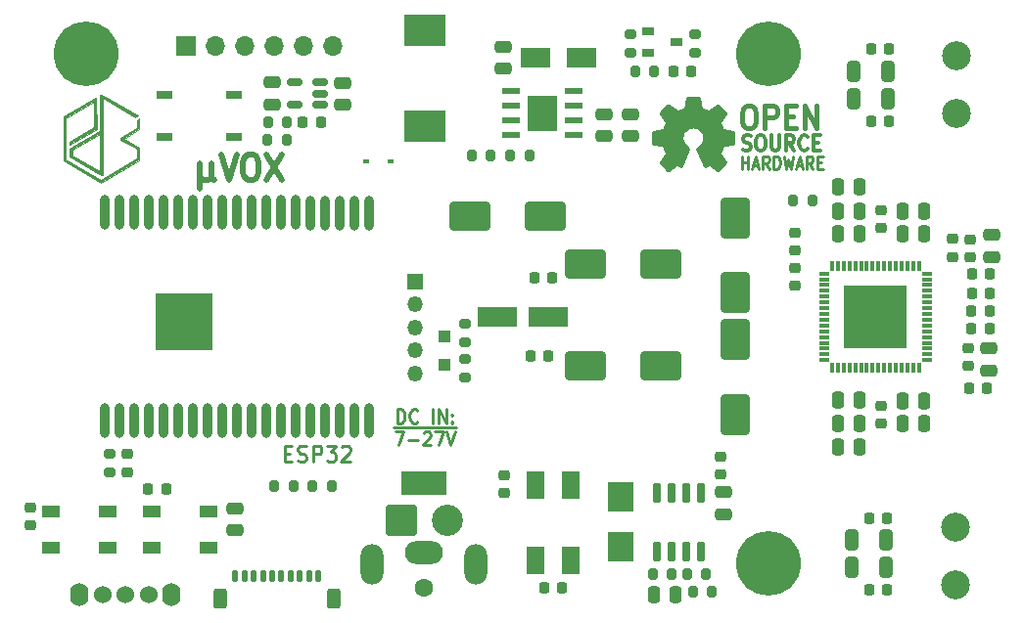
<source format=gbr>
G04 #@! TF.GenerationSoftware,KiCad,Pcbnew,(6.0.5-0)*
G04 #@! TF.CreationDate,2022-06-13T22:11:16+02:00*
G04 #@! TF.ProjectId,muVox,6d75566f-782e-46b6-9963-61645f706362,rev?*
G04 #@! TF.SameCoordinates,Original*
G04 #@! TF.FileFunction,Soldermask,Top*
G04 #@! TF.FilePolarity,Negative*
%FSLAX46Y46*%
G04 Gerber Fmt 4.6, Leading zero omitted, Abs format (unit mm)*
G04 Created by KiCad (PCBNEW (6.0.5-0)) date 2022-06-13 22:11:16*
%MOMM*%
%LPD*%
G01*
G04 APERTURE LIST*
G04 Aperture macros list*
%AMRoundRect*
0 Rectangle with rounded corners*
0 $1 Rounding radius*
0 $2 $3 $4 $5 $6 $7 $8 $9 X,Y pos of 4 corners*
0 Add a 4 corners polygon primitive as box body*
4,1,4,$2,$3,$4,$5,$6,$7,$8,$9,$2,$3,0*
0 Add four circle primitives for the rounded corners*
1,1,$1+$1,$2,$3*
1,1,$1+$1,$4,$5*
1,1,$1+$1,$6,$7*
1,1,$1+$1,$8,$9*
0 Add four rect primitives between the rounded corners*
20,1,$1+$1,$2,$3,$4,$5,0*
20,1,$1+$1,$4,$5,$6,$7,0*
20,1,$1+$1,$6,$7,$8,$9,0*
20,1,$1+$1,$8,$9,$2,$3,0*%
G04 Aperture macros list end*
%ADD10C,0.250000*%
%ADD11C,0.100000*%
%ADD12C,0.300000*%
%ADD13C,0.212500*%
%ADD14C,0.500000*%
%ADD15C,0.450000*%
%ADD16RoundRect,0.250000X-0.475000X0.250000X-0.475000X-0.250000X0.475000X-0.250000X0.475000X0.250000X0*%
%ADD17RoundRect,0.225000X-0.225000X-0.250000X0.225000X-0.250000X0.225000X0.250000X-0.225000X0.250000X0*%
%ADD18RoundRect,0.225000X-0.250000X0.225000X-0.250000X-0.225000X0.250000X-0.225000X0.250000X0.225000X0*%
%ADD19RoundRect,0.250000X0.475000X-0.250000X0.475000X0.250000X-0.475000X0.250000X-0.475000X-0.250000X0*%
%ADD20RoundRect,0.218750X-0.218750X-0.256250X0.218750X-0.256250X0.218750X0.256250X-0.218750X0.256250X0*%
%ADD21C,1.600000*%
%ADD22R,4.000000X2.000000*%
%ADD23O,3.300000X2.000000*%
%ADD24O,2.000000X3.500000*%
%ADD25R,1.498600X2.489200*%
%ADD26RoundRect,0.150000X0.150000X-0.725000X0.150000X0.725000X-0.150000X0.725000X-0.150000X-0.725000X0*%
%ADD27R,1.000000X0.700000*%
%ADD28RoundRect,0.200000X-0.200000X-0.275000X0.200000X-0.275000X0.200000X0.275000X-0.200000X0.275000X0*%
%ADD29RoundRect,0.200000X0.200000X0.275000X-0.200000X0.275000X-0.200000X-0.275000X0.200000X-0.275000X0*%
%ADD30RoundRect,0.200000X0.275000X-0.200000X0.275000X0.200000X-0.275000X0.200000X-0.275000X-0.200000X0*%
%ADD31R,1.450000X0.700000*%
%ADD32RoundRect,0.150000X0.512500X0.150000X-0.512500X0.150000X-0.512500X-0.150000X0.512500X-0.150000X0*%
%ADD33RoundRect,0.250000X0.250000X0.475000X-0.250000X0.475000X-0.250000X-0.475000X0.250000X-0.475000X0*%
%ADD34R,1.350000X1.350000*%
%ADD35O,1.350000X1.350000*%
%ADD36RoundRect,0.225000X0.250000X-0.225000X0.250000X0.225000X-0.250000X0.225000X-0.250000X-0.225000X0*%
%ADD37RoundRect,0.250000X-1.500000X-1.000000X1.500000X-1.000000X1.500000X1.000000X-1.500000X1.000000X0*%
%ADD38RoundRect,0.250000X1.000000X-1.500000X1.000000X1.500000X-1.000000X1.500000X-1.000000X-1.500000X0*%
%ADD39C,2.500000*%
%ADD40R,1.000000X1.000000*%
%ADD41RoundRect,0.225000X0.225000X0.250000X-0.225000X0.250000X-0.225000X-0.250000X0.225000X-0.250000X0*%
%ADD42RoundRect,0.200000X-0.275000X0.200000X-0.275000X-0.200000X0.275000X-0.200000X0.275000X0.200000X0*%
%ADD43RoundRect,0.250000X1.500000X1.000000X-1.500000X1.000000X-1.500000X-1.000000X1.500000X-1.000000X0*%
%ADD44RoundRect,0.250000X-0.325000X-0.650000X0.325000X-0.650000X0.325000X0.650000X-0.325000X0.650000X0*%
%ADD45RoundRect,0.250001X-1.099999X-1.099999X1.099999X-1.099999X1.099999X1.099999X-1.099999X1.099999X0*%
%ADD46C,2.700000*%
%ADD47C,5.600000*%
%ADD48R,1.700000X1.700000*%
%ADD49O,1.700000X1.700000*%
%ADD50RoundRect,0.075000X-0.075000X0.362500X-0.075000X-0.362500X0.075000X-0.362500X0.075000X0.362500X0*%
%ADD51RoundRect,0.075000X-0.362500X0.075000X-0.362500X-0.075000X0.362500X-0.075000X0.362500X0.075000X0*%
%ADD52R,5.450000X5.450000*%
%ADD53R,3.600000X2.700000*%
%ADD54RoundRect,0.125000X-0.125000X-0.375000X0.125000X-0.375000X0.125000X0.375000X-0.125000X0.375000X0*%
%ADD55RoundRect,0.250000X-0.350000X-0.600000X0.350000X-0.600000X0.350000X0.600000X-0.350000X0.600000X0*%
%ADD56RoundRect,0.218750X0.218750X0.256250X-0.218750X0.256250X-0.218750X-0.256250X0.218750X-0.256250X0*%
%ADD57R,1.500000X1.000000*%
%ADD58R,1.550000X0.600000*%
%ADD59R,2.600000X3.100000*%
%ADD60C,1.524000*%
%ADD61O,1.600000X2.000000*%
%ADD62R,2.300000X2.500000*%
%ADD63RoundRect,0.250000X-1.000000X1.500000X-1.000000X-1.500000X1.000000X-1.500000X1.000000X1.500000X0*%
%ADD64R,0.600000X0.450000*%
%ADD65R,3.500000X1.800000*%
%ADD66O,0.900000X3.000000*%
%ADD67C,0.800000*%
%ADD68R,5.000000X5.000000*%
%ADD69R,2.500000X1.800000*%
G04 APERTURE END LIST*
D10*
X173545449Y-72042055D02*
X173543800Y-72037156D01*
X168698725Y-74063265D02*
X168700895Y-74067875D01*
X170426970Y-73520205D02*
X170292690Y-73399455D01*
X173589150Y-72079755D02*
X173545449Y-72042055D01*
X170047190Y-72534955D02*
X170103895Y-72351856D01*
X170516760Y-69272405D02*
X170515940Y-69277855D01*
X170307334Y-70213455D02*
X169713810Y-70456505D01*
X169651415Y-70454605D02*
X169647075Y-70451606D01*
X173784450Y-74821185D02*
X173310000Y-74130000D01*
X170150814Y-73206055D02*
X170059670Y-72980655D01*
X167548010Y-72240905D02*
X167515455Y-72274505D01*
X171384275Y-73685390D02*
X171386440Y-73690270D01*
X171442595Y-69239855D02*
X170561520Y-69239855D01*
X171653900Y-70168655D02*
X171653100Y-70163555D01*
X170561520Y-69239855D02*
X170550120Y-69239855D01*
D11*
G36*
X119412350Y-71959408D02*
G01*
X117052350Y-73339408D01*
X117062350Y-73069408D01*
X119182350Y-71849408D01*
X119182350Y-69609408D01*
X116742350Y-71019408D01*
X116742350Y-74579408D01*
X119822350Y-76359408D01*
X122902350Y-74559408D01*
X122902350Y-73709408D01*
X121462350Y-72869408D01*
X121462350Y-72739408D01*
X122902350Y-71919408D01*
X122902350Y-71219408D01*
X123112350Y-71089408D01*
X123112350Y-72019408D01*
X121792350Y-72789408D01*
X123112350Y-73569408D01*
X123112350Y-74689408D01*
X119822350Y-76609408D01*
X116532350Y-74699408D01*
X116532350Y-70889408D01*
X119402350Y-69239408D01*
X119412350Y-71959408D01*
G37*
X119412350Y-71959408D02*
X117052350Y-73339408D01*
X117062350Y-73069408D01*
X119182350Y-71849408D01*
X119182350Y-69609408D01*
X116742350Y-71019408D01*
X116742350Y-74579408D01*
X119822350Y-76359408D01*
X122902350Y-74559408D01*
X122902350Y-73709408D01*
X121462350Y-72869408D01*
X121462350Y-72739408D01*
X122902350Y-71919408D01*
X122902350Y-71219408D01*
X123112350Y-71089408D01*
X123112350Y-72019408D01*
X121792350Y-72789408D01*
X123112350Y-73569408D01*
X123112350Y-74689408D01*
X119822350Y-76609408D01*
X116532350Y-74699408D01*
X116532350Y-70889408D01*
X119402350Y-69239408D01*
X119412350Y-71959408D01*
D10*
X170521100Y-73586355D02*
X170480680Y-73555705D01*
X167515455Y-73167005D02*
X167515455Y-73178405D01*
X172290550Y-70456505D02*
X171697049Y-70213455D01*
X170103895Y-72351856D02*
X170193680Y-72186355D01*
D11*
G36*
X122982350Y-70809408D02*
G01*
X122762350Y-70929408D01*
X119932350Y-69299408D01*
X119932350Y-75919408D01*
X119822350Y-75979408D01*
X117072350Y-74389408D01*
X117072350Y-73679408D01*
X117302350Y-73809408D01*
X117302350Y-74239408D01*
X119722350Y-75639408D01*
X119732350Y-69039408D01*
X119832350Y-68989408D01*
X122982350Y-70809408D01*
G37*
X122982350Y-70809408D02*
X122762350Y-70929408D01*
X119932350Y-69299408D01*
X119932350Y-75919408D01*
X119822350Y-75979408D01*
X117072350Y-74389408D01*
X117072350Y-73679408D01*
X117302350Y-73809408D01*
X117302350Y-74239408D01*
X119722350Y-75639408D01*
X119732350Y-69039408D01*
X119832350Y-68989408D01*
X122982350Y-70809408D01*
D10*
X169998095Y-75187126D02*
X170000270Y-75182245D01*
X168696825Y-74125390D02*
X168693845Y-74129730D01*
X173307000Y-74125390D02*
X173302700Y-74068145D01*
X173096800Y-75508845D02*
X173101099Y-75511835D01*
X168907330Y-69944105D02*
X168902720Y-69940855D01*
X169955505Y-75202860D02*
X169998095Y-75187126D01*
X168460010Y-72037156D02*
X168458110Y-72042055D01*
X172357050Y-70451606D02*
X172352450Y-70454605D01*
X168436405Y-73406805D02*
X168438040Y-73411955D01*
X167553435Y-73212855D02*
X168388395Y-73368005D01*
X170349930Y-70168655D02*
X170312225Y-70211805D01*
X169646805Y-75037930D02*
X169651415Y-75040640D01*
X170805385Y-71776455D02*
X170952685Y-71756955D01*
X169950895Y-75200415D02*
X169955505Y-75202860D01*
X170619564Y-73685390D02*
X170603835Y-73637355D01*
X171976450Y-72731355D02*
X171976450Y-72793455D01*
X168700895Y-74067875D02*
X168696825Y-74125390D01*
X173302700Y-74068145D02*
X173305100Y-74063535D01*
X173305100Y-74063535D02*
X173565800Y-73412205D01*
D11*
G36*
X119692350Y-72389408D02*
G01*
X117292350Y-73779408D01*
X117072350Y-73669408D01*
X119702350Y-72169408D01*
X119692350Y-72389408D01*
G37*
X119692350Y-72389408D02*
X117292350Y-73779408D01*
X117072350Y-73669408D01*
X119702350Y-72169408D01*
X119692350Y-72389408D01*
D10*
X170312770Y-72042305D02*
X170457079Y-71923255D01*
X171479485Y-73588555D02*
X171404615Y-73634655D01*
X170599495Y-73634655D02*
X170524620Y-73588555D01*
X168414704Y-72079755D02*
X168409555Y-72080855D01*
X170457079Y-71923255D02*
X170622555Y-71833455D01*
X173787400Y-74825525D02*
X173784450Y-74821185D01*
X171944150Y-72980655D02*
X171852750Y-73206055D01*
X174450950Y-72240055D02*
X174450950Y-72240055D01*
X173787400Y-70627155D02*
X173782850Y-70576105D01*
X170000270Y-75182245D02*
X170617670Y-73690270D01*
X173782850Y-70576105D02*
X173779000Y-70572555D01*
X174488650Y-72274255D02*
X174456100Y-72240905D01*
X171482740Y-73586355D02*
X171479485Y-73588555D01*
D11*
G36*
X171653100Y-70163555D02*
G01*
X172357050Y-70451606D01*
X173152100Y-69945705D01*
X173771650Y-70583825D01*
X173271650Y-71383825D01*
X173543800Y-72037156D01*
X174488650Y-72274255D01*
X174488650Y-73167005D01*
X173571650Y-73383825D01*
X173305100Y-74063535D01*
X173787400Y-74825525D01*
X173155900Y-75503425D01*
X172413200Y-75039825D01*
X172005750Y-75187396D01*
X171404615Y-73634655D01*
X171852750Y-73206055D01*
X171971650Y-72583825D01*
X171691050Y-72042305D01*
X171198185Y-71776455D01*
X170771650Y-71783825D01*
X170312770Y-72042305D01*
X170071650Y-72483825D01*
X170071650Y-72883825D01*
X170271650Y-73283825D01*
X170671650Y-73683825D01*
X169971650Y-75183825D01*
X169590650Y-75039825D01*
X168902720Y-75511835D01*
X168219395Y-74821185D01*
X168698725Y-74063265D01*
X168393545Y-73368805D01*
X167515455Y-73167005D01*
X167515455Y-72285905D01*
X168414704Y-72079755D01*
X168718525Y-71358755D01*
X168225095Y-70572555D01*
X168902720Y-69940855D01*
X169647075Y-70451606D01*
X170349930Y-70168655D01*
X170561520Y-69239855D01*
X171453720Y-69239855D01*
X171653100Y-70163555D01*
G37*
X171653100Y-70163555D02*
X172357050Y-70451606D01*
X173152100Y-69945705D01*
X173771650Y-70583825D01*
X173271650Y-71383825D01*
X173543800Y-72037156D01*
X174488650Y-72274255D01*
X174488650Y-73167005D01*
X173571650Y-73383825D01*
X173305100Y-74063535D01*
X173787400Y-74825525D01*
X173155900Y-75503425D01*
X172413200Y-75039825D01*
X172005750Y-75187396D01*
X171404615Y-73634655D01*
X171852750Y-73206055D01*
X171971650Y-72583825D01*
X171691050Y-72042305D01*
X171198185Y-71776455D01*
X170771650Y-71783825D01*
X170312770Y-72042305D01*
X170071650Y-72483825D01*
X170071650Y-72883825D01*
X170271650Y-73283825D01*
X170671650Y-73683825D01*
X169971650Y-75183825D01*
X169590650Y-75039825D01*
X168902720Y-75511835D01*
X168219395Y-74821185D01*
X168698725Y-74063265D01*
X168393545Y-73368805D01*
X167515455Y-73167005D01*
X167515455Y-72285905D01*
X168414704Y-72079755D01*
X168718525Y-71358755D01*
X168225095Y-70572555D01*
X168902720Y-69940855D01*
X169647075Y-70451606D01*
X170349930Y-70168655D01*
X170561520Y-69239855D01*
X171453720Y-69239855D01*
X171653100Y-70163555D01*
D10*
X171404615Y-73634655D02*
X171400005Y-73637355D01*
X171691900Y-70211805D02*
X171653900Y-70168655D01*
X168902720Y-75511835D02*
X168907330Y-75508845D01*
X172357050Y-75037930D02*
X172413200Y-75039825D01*
X170622555Y-71833455D02*
X170805385Y-71776455D01*
X174450700Y-73212855D02*
X174455800Y-73211755D01*
X172352450Y-70454605D02*
X172295200Y-70458705D01*
X173152100Y-75506950D02*
X173155900Y-75503425D01*
X170351010Y-70163555D02*
X170349930Y-70168655D01*
X170603835Y-73637355D02*
X170599495Y-73634655D01*
X168718525Y-71358755D02*
X168721510Y-71363055D01*
X168409555Y-72080855D02*
X167553435Y-72240055D01*
X170292690Y-73399455D02*
X170150814Y-73206055D01*
X171453720Y-69239855D02*
X171442595Y-69239855D01*
X170477155Y-73552455D02*
X170426970Y-73520205D01*
X171976450Y-72682255D02*
X171976450Y-72731355D01*
X170027395Y-72793455D02*
X170027395Y-72731355D01*
X172003850Y-75182515D02*
X172005750Y-75187396D01*
X169647075Y-70451606D02*
X168907330Y-69944105D01*
X171198185Y-71776455D02*
X171381290Y-71833455D01*
X171956650Y-72534955D02*
X171976450Y-72682255D01*
X170027395Y-72731355D02*
X170027395Y-72682255D01*
X168219395Y-74821185D02*
X168216415Y-74825525D01*
X168902720Y-69940855D02*
X168851720Y-69945705D01*
X173567400Y-73407055D02*
X173610050Y-73369105D01*
X171381290Y-71833455D02*
X171546750Y-71923255D01*
X169708930Y-70458705D02*
X169651415Y-70454605D01*
X170027395Y-72682255D02*
X170047190Y-72534955D01*
X168458110Y-72042055D02*
X168414704Y-72079755D01*
X174488650Y-73167005D02*
X174488650Y-72285905D01*
X174455800Y-73211755D02*
X174488650Y-73178105D01*
X172417550Y-75042810D02*
X173096800Y-75508845D01*
X171899700Y-72351856D02*
X171956650Y-72534955D01*
X170617670Y-73690270D02*
X170619564Y-73685390D01*
X173594550Y-72080855D02*
X173589150Y-72079755D01*
X172052950Y-75200415D02*
X172352450Y-75040640D01*
X167515455Y-73178405D02*
X167548010Y-73211755D01*
X173282599Y-71363055D02*
X173285600Y-71358755D01*
X168221295Y-74876525D02*
X168225095Y-74880325D01*
X168216415Y-70627155D02*
X168219665Y-70631755D01*
X170524620Y-73588555D02*
X170521100Y-73586355D01*
X173101099Y-75511835D02*
X173152100Y-75506950D01*
X172005750Y-75187396D02*
X172048050Y-75202860D01*
X173096800Y-69944105D02*
X172357050Y-70451606D01*
X168438040Y-73411955D02*
X168698725Y-74063265D01*
X171697049Y-70213455D02*
X171691900Y-70211805D01*
X172048050Y-75202860D02*
X172052950Y-75200415D01*
X168393545Y-73368805D02*
X168436405Y-73406805D01*
X168851720Y-75506950D02*
X168902720Y-75511835D01*
X169590650Y-75039825D02*
X169646805Y-75037930D01*
X168219665Y-70631755D02*
X168718525Y-71358755D01*
X171809900Y-72186355D02*
X171899700Y-72351856D01*
X173784450Y-70631755D02*
X173787400Y-70627155D01*
X168848190Y-75503425D02*
X168851720Y-75506950D01*
X171400005Y-73637355D02*
X171384275Y-73685390D01*
X168388395Y-73368005D02*
X168393545Y-73368805D01*
X173155900Y-75503425D02*
X173779000Y-74880325D01*
X171002055Y-71756955D02*
X171050885Y-71756955D01*
X171386440Y-73690270D02*
X172003850Y-75182515D01*
X173610050Y-73369105D02*
X173615450Y-73368255D01*
X173782850Y-74876525D02*
X173787400Y-74825525D01*
X171050885Y-71756955D02*
X171198185Y-71776455D01*
X168225095Y-70572555D02*
X168221295Y-70576105D01*
X167515455Y-72285905D02*
X167515455Y-73167005D01*
X173615450Y-73368255D02*
X174450700Y-73212855D01*
X171576600Y-73520455D02*
X171526700Y-73552455D01*
X171488440Y-69277855D02*
X171487350Y-69272405D01*
X173285600Y-71358755D02*
X173784450Y-70631755D01*
X168848190Y-69949505D02*
X168225095Y-70572555D01*
X169586310Y-75042810D02*
X169590650Y-75039825D01*
X174450950Y-72240055D02*
X173594550Y-72080855D01*
X171526700Y-73552455D02*
X171522900Y-73555705D01*
X171487350Y-69272405D02*
X171453720Y-69239855D01*
X167515455Y-72274505D02*
X167515455Y-72285905D01*
X171546750Y-71923255D02*
X171691050Y-72042305D01*
X167548010Y-73211755D02*
X167553435Y-73212855D01*
X173779000Y-74880325D02*
X173782850Y-74876525D01*
X171691050Y-72042305D02*
X171809900Y-72186355D01*
X173543800Y-72037156D02*
X173281500Y-71424905D01*
X170550120Y-69239855D02*
X170516760Y-69272405D01*
X171522900Y-73555705D02*
X171482740Y-73586355D01*
X168722595Y-71424905D02*
X168460010Y-72037156D01*
X168693845Y-74129730D02*
X168219395Y-74821185D01*
X172352450Y-75040640D02*
X172357050Y-75037930D01*
X173279049Y-71420055D02*
X173282599Y-71363055D01*
X168721510Y-71363055D02*
X168725040Y-71420055D01*
X174488650Y-73178105D02*
X174488650Y-73167005D01*
X174488650Y-72285905D02*
X174488650Y-72274255D01*
X172413200Y-75039825D02*
X172417550Y-75042810D01*
X168225095Y-74880325D02*
X168848190Y-75503425D01*
X174456100Y-72240905D02*
X174450950Y-72240055D01*
X172295200Y-70458705D02*
X172290550Y-70456505D01*
X169713810Y-70456505D02*
X169708930Y-70458705D01*
X170480680Y-73555705D02*
X170477155Y-73552455D01*
X169651415Y-75040640D02*
X169950895Y-75200415D01*
X167553435Y-72240055D02*
X167548010Y-72240905D01*
X171710900Y-73399455D02*
X171576600Y-73520455D01*
X173565800Y-73412205D02*
X173567400Y-73407055D01*
X170059670Y-72980655D02*
X170027395Y-72793455D01*
X173310000Y-74130000D02*
X173307000Y-74125390D01*
X171852750Y-73206055D02*
X171710900Y-73399455D01*
X168851720Y-69945705D02*
X168848190Y-69949505D01*
X173281500Y-71424905D02*
X173279049Y-71420055D01*
X171976450Y-72793455D02*
X171944150Y-72980655D01*
X168221295Y-70576105D02*
X168216415Y-70627155D01*
X168216415Y-74825525D02*
X168221295Y-74876525D01*
X170312225Y-70211805D02*
X170307334Y-70213455D01*
X170515940Y-69277855D02*
X170351010Y-70163555D01*
X171653100Y-70163555D02*
X171488440Y-69277855D01*
X168725040Y-71420055D02*
X168722595Y-71424905D01*
X173779000Y-70572555D02*
X173155900Y-69949505D01*
X170952685Y-71756955D02*
X171002055Y-71756955D01*
X168907330Y-75508845D02*
X169586310Y-75042810D01*
X170193680Y-72186355D02*
X170312770Y-72042305D01*
X145442857Y-97426857D02*
X145442857Y-96226857D01*
X145704761Y-96226857D01*
X145861904Y-96284000D01*
X145966666Y-96398285D01*
X146019047Y-96512571D01*
X146071428Y-96741142D01*
X146071428Y-96912571D01*
X146019047Y-97141142D01*
X145966666Y-97255428D01*
X145861904Y-97369714D01*
X145704761Y-97426857D01*
X145442857Y-97426857D01*
X147171428Y-97312571D02*
X147119047Y-97369714D01*
X146961904Y-97426857D01*
X146857142Y-97426857D01*
X146700000Y-97369714D01*
X146595238Y-97255428D01*
X146542857Y-97141142D01*
X146490476Y-96912571D01*
X146490476Y-96741142D01*
X146542857Y-96512571D01*
X146595238Y-96398285D01*
X146700000Y-96284000D01*
X146857142Y-96226857D01*
X146961904Y-96226857D01*
X147119047Y-96284000D01*
X147171428Y-96341142D01*
X148480952Y-97426857D02*
X148480952Y-96226857D01*
X149004761Y-97426857D02*
X149004761Y-96226857D01*
X149633333Y-97426857D01*
X149633333Y-96226857D01*
X150157142Y-97312571D02*
X150209523Y-97369714D01*
X150157142Y-97426857D01*
X150104761Y-97369714D01*
X150157142Y-97312571D01*
X150157142Y-97426857D01*
X150157142Y-96684000D02*
X150209523Y-96741142D01*
X150157142Y-96798285D01*
X150104761Y-96741142D01*
X150157142Y-96684000D01*
X150157142Y-96798285D01*
X145076190Y-97820000D02*
X146123809Y-97820000D01*
X145233333Y-98158857D02*
X145966666Y-98158857D01*
X145495238Y-99358857D01*
X146123809Y-97820000D02*
X147485714Y-97820000D01*
X146385714Y-98901714D02*
X147223809Y-98901714D01*
X147485714Y-97820000D02*
X148533333Y-97820000D01*
X147695238Y-98273142D02*
X147747619Y-98216000D01*
X147852380Y-98158857D01*
X148114285Y-98158857D01*
X148219047Y-98216000D01*
X148271428Y-98273142D01*
X148323809Y-98387428D01*
X148323809Y-98501714D01*
X148271428Y-98673142D01*
X147642857Y-99358857D01*
X148323809Y-99358857D01*
X148533333Y-97820000D02*
X149580952Y-97820000D01*
X148690476Y-98158857D02*
X149423809Y-98158857D01*
X148952380Y-99358857D01*
X149580952Y-97820000D02*
X150523809Y-97820000D01*
X149685714Y-98158857D02*
X150052380Y-99358857D01*
X150419047Y-98158857D01*
D12*
X175317142Y-73756190D02*
X175488571Y-73818095D01*
X175774285Y-73818095D01*
X175888571Y-73756190D01*
X175945714Y-73694285D01*
X176002857Y-73570476D01*
X176002857Y-73446666D01*
X175945714Y-73322857D01*
X175888571Y-73260952D01*
X175774285Y-73199047D01*
X175545714Y-73137142D01*
X175431428Y-73075238D01*
X175374285Y-73013333D01*
X175317142Y-72889523D01*
X175317142Y-72765714D01*
X175374285Y-72641904D01*
X175431428Y-72580000D01*
X175545714Y-72518095D01*
X175831428Y-72518095D01*
X176002857Y-72580000D01*
X176745714Y-72518095D02*
X176974285Y-72518095D01*
X177088571Y-72580000D01*
X177202857Y-72703809D01*
X177260000Y-72951428D01*
X177260000Y-73384761D01*
X177202857Y-73632380D01*
X177088571Y-73756190D01*
X176974285Y-73818095D01*
X176745714Y-73818095D01*
X176631428Y-73756190D01*
X176517142Y-73632380D01*
X176460000Y-73384761D01*
X176460000Y-72951428D01*
X176517142Y-72703809D01*
X176631428Y-72580000D01*
X176745714Y-72518095D01*
X177774285Y-72518095D02*
X177774285Y-73570476D01*
X177831428Y-73694285D01*
X177888571Y-73756190D01*
X178002857Y-73818095D01*
X178231428Y-73818095D01*
X178345714Y-73756190D01*
X178402857Y-73694285D01*
X178460000Y-73570476D01*
X178460000Y-72518095D01*
X179717142Y-73818095D02*
X179317142Y-73199047D01*
X179031428Y-73818095D02*
X179031428Y-72518095D01*
X179488571Y-72518095D01*
X179602857Y-72580000D01*
X179660000Y-72641904D01*
X179717142Y-72765714D01*
X179717142Y-72951428D01*
X179660000Y-73075238D01*
X179602857Y-73137142D01*
X179488571Y-73199047D01*
X179031428Y-73199047D01*
X180917142Y-73694285D02*
X180860000Y-73756190D01*
X180688571Y-73818095D01*
X180574285Y-73818095D01*
X180402857Y-73756190D01*
X180288571Y-73632380D01*
X180231428Y-73508571D01*
X180174285Y-73260952D01*
X180174285Y-73075238D01*
X180231428Y-72827619D01*
X180288571Y-72703809D01*
X180402857Y-72580000D01*
X180574285Y-72518095D01*
X180688571Y-72518095D01*
X180860000Y-72580000D01*
X180917142Y-72641904D01*
X181431428Y-73137142D02*
X181831428Y-73137142D01*
X182002857Y-73818095D02*
X181431428Y-73818095D01*
X181431428Y-72518095D01*
X182002857Y-72518095D01*
D13*
X175226666Y-75427619D02*
X175226666Y-74327619D01*
X175226666Y-74851428D02*
X175769523Y-74851428D01*
X175769523Y-75427619D02*
X175769523Y-74327619D01*
X176176666Y-75113333D02*
X176629047Y-75113333D01*
X176086190Y-75427619D02*
X176402857Y-74327619D01*
X176719523Y-75427619D01*
X177579047Y-75427619D02*
X177262380Y-74903809D01*
X177036190Y-75427619D02*
X177036190Y-74327619D01*
X177398095Y-74327619D01*
X177488571Y-74380000D01*
X177533809Y-74432380D01*
X177579047Y-74537142D01*
X177579047Y-74694285D01*
X177533809Y-74799047D01*
X177488571Y-74851428D01*
X177398095Y-74903809D01*
X177036190Y-74903809D01*
X177986190Y-75427619D02*
X177986190Y-74327619D01*
X178212380Y-74327619D01*
X178348095Y-74380000D01*
X178438571Y-74484761D01*
X178483809Y-74589523D01*
X178529047Y-74799047D01*
X178529047Y-74956190D01*
X178483809Y-75165714D01*
X178438571Y-75270476D01*
X178348095Y-75375238D01*
X178212380Y-75427619D01*
X177986190Y-75427619D01*
X178845714Y-74327619D02*
X179071904Y-75427619D01*
X179252857Y-74641904D01*
X179433809Y-75427619D01*
X179660000Y-74327619D01*
X179976666Y-75113333D02*
X180429047Y-75113333D01*
X179886190Y-75427619D02*
X180202857Y-74327619D01*
X180519523Y-75427619D01*
X181379047Y-75427619D02*
X181062380Y-74903809D01*
X180836190Y-75427619D02*
X180836190Y-74327619D01*
X181198095Y-74327619D01*
X181288571Y-74380000D01*
X181333809Y-74432380D01*
X181379047Y-74537142D01*
X181379047Y-74694285D01*
X181333809Y-74799047D01*
X181288571Y-74851428D01*
X181198095Y-74903809D01*
X180836190Y-74903809D01*
X181786190Y-74851428D02*
X182102857Y-74851428D01*
X182238571Y-75427619D02*
X181786190Y-75427619D01*
X181786190Y-74327619D01*
X182238571Y-74327619D01*
D14*
X128371428Y-74928571D02*
X128371428Y-77128571D01*
X129323809Y-76080952D02*
X129419047Y-76290476D01*
X129609523Y-76395238D01*
X128371428Y-76080952D02*
X128466666Y-76290476D01*
X128657142Y-76395238D01*
X129038095Y-76395238D01*
X129228571Y-76290476D01*
X129323809Y-76080952D01*
X129323809Y-74928571D01*
X130180952Y-74195238D02*
X130847619Y-76395238D01*
X131514285Y-74195238D01*
X132561904Y-74195238D02*
X132942857Y-74195238D01*
X133133333Y-74300000D01*
X133323809Y-74509523D01*
X133419047Y-74928571D01*
X133419047Y-75661904D01*
X133323809Y-76080952D01*
X133133333Y-76290476D01*
X132942857Y-76395238D01*
X132561904Y-76395238D01*
X132371428Y-76290476D01*
X132180952Y-76080952D01*
X132085714Y-75661904D01*
X132085714Y-74928571D01*
X132180952Y-74509523D01*
X132371428Y-74300000D01*
X132561904Y-74195238D01*
X134085714Y-74195238D02*
X135419047Y-76395238D01*
X135419047Y-74195238D02*
X134085714Y-76395238D01*
D15*
X175681428Y-69934761D02*
X176024285Y-69934761D01*
X176195714Y-70030000D01*
X176367142Y-70220476D01*
X176452857Y-70601428D01*
X176452857Y-71268095D01*
X176367142Y-71649047D01*
X176195714Y-71839523D01*
X176024285Y-71934761D01*
X175681428Y-71934761D01*
X175510000Y-71839523D01*
X175338571Y-71649047D01*
X175252857Y-71268095D01*
X175252857Y-70601428D01*
X175338571Y-70220476D01*
X175510000Y-70030000D01*
X175681428Y-69934761D01*
X177224285Y-71934761D02*
X177224285Y-69934761D01*
X177910000Y-69934761D01*
X178081428Y-70030000D01*
X178167142Y-70125238D01*
X178252857Y-70315714D01*
X178252857Y-70601428D01*
X178167142Y-70791904D01*
X178081428Y-70887142D01*
X177910000Y-70982380D01*
X177224285Y-70982380D01*
X179024285Y-70887142D02*
X179624285Y-70887142D01*
X179881428Y-71934761D02*
X179024285Y-71934761D01*
X179024285Y-69934761D01*
X179881428Y-69934761D01*
X180652857Y-71934761D02*
X180652857Y-69934761D01*
X181681428Y-71934761D01*
X181681428Y-69934761D01*
D10*
X135714285Y-100050000D02*
X136147619Y-100050000D01*
X136333333Y-100783333D02*
X135714285Y-100783333D01*
X135714285Y-99383333D01*
X136333333Y-99383333D01*
X136828571Y-100716666D02*
X137014285Y-100783333D01*
X137323809Y-100783333D01*
X137447619Y-100716666D01*
X137509523Y-100650000D01*
X137571428Y-100516666D01*
X137571428Y-100383333D01*
X137509523Y-100250000D01*
X137447619Y-100183333D01*
X137323809Y-100116666D01*
X137076190Y-100050000D01*
X136952380Y-99983333D01*
X136890476Y-99916666D01*
X136828571Y-99783333D01*
X136828571Y-99650000D01*
X136890476Y-99516666D01*
X136952380Y-99450000D01*
X137076190Y-99383333D01*
X137385714Y-99383333D01*
X137571428Y-99450000D01*
X138128571Y-100783333D02*
X138128571Y-99383333D01*
X138623809Y-99383333D01*
X138747619Y-99450000D01*
X138809523Y-99516666D01*
X138871428Y-99650000D01*
X138871428Y-99850000D01*
X138809523Y-99983333D01*
X138747619Y-100050000D01*
X138623809Y-100116666D01*
X138128571Y-100116666D01*
X139304761Y-99383333D02*
X140109523Y-99383333D01*
X139676190Y-99916666D01*
X139861904Y-99916666D01*
X139985714Y-99983333D01*
X140047619Y-100050000D01*
X140109523Y-100183333D01*
X140109523Y-100516666D01*
X140047619Y-100650000D01*
X139985714Y-100716666D01*
X139861904Y-100783333D01*
X139490476Y-100783333D01*
X139366666Y-100716666D01*
X139304761Y-100650000D01*
X140604761Y-99516666D02*
X140666666Y-99450000D01*
X140790476Y-99383333D01*
X141100000Y-99383333D01*
X141223809Y-99450000D01*
X141285714Y-99516666D01*
X141347619Y-99650000D01*
X141347619Y-99783333D01*
X141285714Y-99983333D01*
X140542857Y-100783333D01*
X141347619Y-100783333D01*
D16*
X140719000Y-67967500D03*
X140719000Y-69867500D03*
X134569000Y-67950600D03*
X134569000Y-69850600D03*
D17*
X158153380Y-111700000D03*
X159703380Y-111700000D03*
D18*
X154678380Y-101956510D03*
X154678380Y-103506510D03*
X173392395Y-100350000D03*
X173392395Y-101900000D03*
D19*
X173642395Y-105300000D03*
X173642395Y-103400000D03*
D20*
X169299100Y-66964600D03*
X170874100Y-66964600D03*
D21*
X147742110Y-111652500D03*
D22*
X147742110Y-102652500D03*
D23*
X147742110Y-108652500D03*
D24*
X143242110Y-109652500D03*
X152242110Y-109652500D03*
D25*
X157400000Y-109310010D03*
X157400000Y-102807610D03*
X160400000Y-109310010D03*
X160400000Y-102807610D03*
D26*
X167848620Y-108583010D03*
X169118620Y-108583010D03*
X170388620Y-108583010D03*
X171658620Y-108583010D03*
X171658620Y-103433010D03*
X170388620Y-103433010D03*
X169118620Y-103433010D03*
X167848620Y-103433010D03*
D27*
X167150000Y-63500000D03*
X167150000Y-65400000D03*
X169550000Y-64450000D03*
D28*
X170475000Y-110514010D03*
X172125000Y-110514010D03*
D29*
X169150000Y-110500000D03*
X167500000Y-110500000D03*
X167623600Y-67015400D03*
X165973600Y-67015400D03*
D30*
X165616200Y-65376600D03*
X165616200Y-63726600D03*
X171204200Y-65376600D03*
X171204200Y-63726600D03*
D31*
X131258000Y-68988000D03*
X131258000Y-72688000D03*
X125258000Y-68988000D03*
X125258000Y-72688000D03*
D32*
X138787500Y-69850000D03*
X138787500Y-68900000D03*
X138787500Y-67950000D03*
X136512500Y-67950000D03*
X136512500Y-69850000D03*
D33*
X169500000Y-112263990D03*
X167600000Y-112263990D03*
D34*
X147000000Y-85150000D03*
D35*
X147000000Y-87150000D03*
X147000000Y-89150000D03*
X147000000Y-91150000D03*
X147000000Y-93150000D03*
D36*
X179820000Y-82515000D03*
X179820000Y-80965000D03*
D37*
X151690000Y-79502000D03*
X158190000Y-79502000D03*
D33*
X191000000Y-81050000D03*
X189100000Y-81050000D03*
D36*
X113647600Y-106260800D03*
X113647600Y-104710800D03*
D38*
X174620380Y-96715490D03*
X174620380Y-90215490D03*
D36*
X187260000Y-80555000D03*
X187260000Y-79005000D03*
D33*
X191000000Y-95500000D03*
X189100000Y-95500000D03*
D39*
X193700000Y-111450000D03*
X193700000Y-106450000D03*
D40*
X149500000Y-89925000D03*
X149500000Y-92425000D03*
D41*
X187775000Y-105650000D03*
X186225000Y-105650000D03*
D42*
X151300000Y-91850000D03*
X151300000Y-93500000D03*
D33*
X191000000Y-97500000D03*
X189100000Y-97500000D03*
D43*
X168200000Y-83650000D03*
X161700000Y-83650000D03*
D29*
X172625000Y-112000000D03*
X170975000Y-112000000D03*
D41*
X125422600Y-103110800D03*
X123872600Y-103110800D03*
X187770000Y-111890000D03*
X186220000Y-111890000D03*
X187975000Y-71290000D03*
X186425000Y-71290000D03*
D44*
X184700000Y-107580000D03*
X187650000Y-107580000D03*
D33*
X185400000Y-77010000D03*
X183500000Y-77010000D03*
D42*
X151300000Y-88800000D03*
X151300000Y-90450000D03*
D41*
X196395000Y-94430000D03*
X194845000Y-94430000D03*
D44*
X184695000Y-109940000D03*
X187645000Y-109940000D03*
D28*
X134200000Y-72900000D03*
X135850000Y-72900000D03*
D36*
X122050000Y-101675000D03*
X122050000Y-100125000D03*
D16*
X154620000Y-64860000D03*
X154620000Y-66760000D03*
D45*
X145800490Y-105850490D03*
D46*
X149760490Y-105850490D03*
D44*
X184900000Y-69350000D03*
X187850000Y-69350000D03*
D17*
X156950000Y-91600000D03*
X158500000Y-91600000D03*
D41*
X196635000Y-87760000D03*
X195085000Y-87760000D03*
D33*
X185400000Y-81050000D03*
X183500000Y-81050000D03*
D29*
X153505000Y-74240000D03*
X151855000Y-74240000D03*
D47*
X118500000Y-65500000D03*
D44*
X184900000Y-66975000D03*
X187850000Y-66975000D03*
D48*
X127150000Y-64800000D03*
D49*
X129690000Y-64800000D03*
X132230000Y-64800000D03*
X134770000Y-64800000D03*
X137310000Y-64800000D03*
X139850000Y-64800000D03*
D29*
X156855000Y-74250000D03*
X155205000Y-74250000D03*
D50*
X190531250Y-83793750D03*
X190031250Y-83793750D03*
X189531250Y-83793750D03*
X189031250Y-83793750D03*
X188531250Y-83793750D03*
X188031250Y-83793750D03*
X187531250Y-83793750D03*
X187031250Y-83793750D03*
X186531250Y-83793750D03*
X186031250Y-83793750D03*
X185531250Y-83793750D03*
X185031250Y-83793750D03*
X184531250Y-83793750D03*
X184031250Y-83793750D03*
X183531250Y-83793750D03*
X183031250Y-83793750D03*
D51*
X182343750Y-84481250D03*
X182343750Y-84981250D03*
X182343750Y-85481250D03*
X182343750Y-85981250D03*
X182343750Y-86481250D03*
X182343750Y-86981250D03*
X182343750Y-87481250D03*
X182343750Y-87981250D03*
X182343750Y-88481250D03*
X182343750Y-88981250D03*
X182343750Y-89481250D03*
X182343750Y-89981250D03*
X182343750Y-90481250D03*
X182343750Y-90981250D03*
X182343750Y-91481250D03*
X182343750Y-91981250D03*
D50*
X183031250Y-92668750D03*
X183531250Y-92668750D03*
X184031250Y-92668750D03*
X184531250Y-92668750D03*
X185031250Y-92668750D03*
X185531250Y-92668750D03*
X186031250Y-92668750D03*
X186531250Y-92668750D03*
X187031250Y-92668750D03*
X187531250Y-92668750D03*
X188031250Y-92668750D03*
X188531250Y-92668750D03*
X189031250Y-92668750D03*
X189531250Y-92668750D03*
X190031250Y-92668750D03*
X190531250Y-92668750D03*
D51*
X191218750Y-91981250D03*
X191218750Y-91481250D03*
X191218750Y-90981250D03*
X191218750Y-90481250D03*
X191218750Y-89981250D03*
X191218750Y-89481250D03*
X191218750Y-88981250D03*
X191218750Y-88481250D03*
X191218750Y-87981250D03*
X191218750Y-87481250D03*
X191218750Y-86981250D03*
X191218750Y-86481250D03*
X191218750Y-85981250D03*
X191218750Y-85481250D03*
X191218750Y-84981250D03*
X191218750Y-84481250D03*
D52*
X186781250Y-88231250D03*
D53*
X147828000Y-63414000D03*
X147828000Y-71714000D03*
D54*
X131400000Y-110650000D03*
X132200000Y-110650000D03*
X133000000Y-110650000D03*
X133800000Y-110650000D03*
X134600000Y-110650000D03*
X135400000Y-110650000D03*
X136200000Y-110650000D03*
X137000000Y-110650000D03*
X137800000Y-110650000D03*
X138600000Y-110650000D03*
D55*
X139900000Y-112600000D03*
X130100000Y-112600000D03*
D56*
X138800000Y-71400000D03*
X137225000Y-71400000D03*
D42*
X120550000Y-100050000D03*
X120550000Y-101700000D03*
D36*
X179820000Y-85555000D03*
X179820000Y-84005000D03*
D57*
X115475200Y-105050000D03*
X115475200Y-108250000D03*
X120375200Y-108250000D03*
X120375200Y-105050000D03*
D19*
X196790000Y-83040000D03*
X196790000Y-81140000D03*
D58*
X155288000Y-68707000D03*
X155288000Y-69977000D03*
X155288000Y-71247000D03*
X155288000Y-72517000D03*
X160688000Y-72517000D03*
X160688000Y-71247000D03*
X160688000Y-69977000D03*
X160688000Y-68707000D03*
D59*
X157988000Y-70612000D03*
D60*
X119920000Y-112268000D03*
X121920000Y-112268000D03*
X123920000Y-112268000D03*
D61*
X125920000Y-112268000D03*
X117920000Y-112268000D03*
D33*
X185400000Y-97450000D03*
X183500000Y-97450000D03*
D62*
X164700000Y-108100000D03*
X164700000Y-103800000D03*
D33*
X185400000Y-95400000D03*
X183500000Y-95400000D03*
D41*
X187975000Y-65030000D03*
X186425000Y-65030000D03*
D28*
X134225000Y-71400000D03*
X135875000Y-71400000D03*
X179665000Y-78160000D03*
X181315000Y-78160000D03*
D43*
X168200000Y-92500000D03*
X161700000Y-92500000D03*
D63*
X174620380Y-79657990D03*
X174620380Y-86157990D03*
D28*
X134811000Y-102870000D03*
X136461000Y-102870000D03*
D16*
X131350000Y-104800000D03*
X131350000Y-106700000D03*
D36*
X194800000Y-92510000D03*
X194800000Y-90960000D03*
D28*
X138113000Y-102870000D03*
X139763000Y-102870000D03*
D16*
X196540000Y-90970000D03*
X196540000Y-92870000D03*
D36*
X193460000Y-83045000D03*
X193460000Y-81495000D03*
D16*
X165608000Y-70678000D03*
X165608000Y-72578000D03*
D47*
X177550000Y-65500000D03*
D33*
X185400000Y-79050000D03*
X183500000Y-79050000D03*
D36*
X195000000Y-83060000D03*
X195000000Y-81510000D03*
D18*
X187290000Y-95935000D03*
X187290000Y-97485000D03*
D17*
X195140000Y-84550000D03*
X196690000Y-84550000D03*
D57*
X124200000Y-105050000D03*
X124200000Y-108250000D03*
X129100000Y-108250000D03*
X129100000Y-105050000D03*
D64*
X142760000Y-74760000D03*
X144860000Y-74760000D03*
D65*
X154050000Y-88200000D03*
X158450000Y-88200000D03*
D17*
X157250000Y-84850000D03*
X158800000Y-84850000D03*
D66*
X120090000Y-97231250D03*
X121360000Y-97231250D03*
X122630000Y-97231250D03*
X123900000Y-97231250D03*
X125170000Y-97231250D03*
X126440000Y-97231250D03*
X127710000Y-97231250D03*
X128980000Y-97231250D03*
X130250000Y-97231250D03*
X131520000Y-97231250D03*
X132790000Y-97231250D03*
X134060000Y-97231250D03*
X135330000Y-97231250D03*
X136600000Y-97231250D03*
X137900000Y-97231250D03*
X139170000Y-97231250D03*
X140440000Y-97231250D03*
X141710000Y-97231250D03*
X142980000Y-97231250D03*
X142980000Y-79231250D03*
X141710000Y-79231250D03*
X140440000Y-79231250D03*
X139170000Y-79231250D03*
X137900000Y-79231250D03*
X136600000Y-79201250D03*
X135330000Y-79201250D03*
X134060000Y-79201250D03*
X132790000Y-79201250D03*
X131520000Y-79201250D03*
X130250000Y-79201250D03*
X128980000Y-79201250D03*
X127710000Y-79201250D03*
X126440000Y-79201250D03*
X125170000Y-79201250D03*
X123900000Y-79201250D03*
X122630000Y-79201250D03*
X121360000Y-79201250D03*
X120090000Y-79201250D03*
D67*
X126000000Y-88631250D03*
X125000000Y-86631250D03*
X125000000Y-89631250D03*
X128000000Y-87631250D03*
X126000000Y-87631250D03*
X127000000Y-89631250D03*
X128000000Y-90631250D03*
X126000000Y-86631250D03*
X125000000Y-88631250D03*
X129000000Y-90631250D03*
X128000000Y-88631250D03*
X125000000Y-87631250D03*
X127000000Y-87631250D03*
D68*
X127010000Y-88631250D03*
D67*
X128000000Y-86631250D03*
X129000000Y-87631250D03*
X127000000Y-88631250D03*
X129000000Y-86631250D03*
X127000000Y-90631250D03*
X128000000Y-89631250D03*
X126000000Y-89631250D03*
X125000000Y-90631250D03*
X126000000Y-90631250D03*
X129000000Y-88631250D03*
X129000000Y-89631250D03*
X127000000Y-86631250D03*
D16*
X163322000Y-70678000D03*
X163322000Y-72578000D03*
D17*
X195075000Y-89280000D03*
X196625000Y-89280000D03*
D33*
X185400000Y-99460000D03*
X183500000Y-99460000D03*
D39*
X193750000Y-65650000D03*
X193750000Y-70650000D03*
D69*
X161370000Y-65810000D03*
X157370000Y-65810000D03*
D33*
X191000000Y-79050000D03*
X189100000Y-79050000D03*
D17*
X195100000Y-86240000D03*
X196650000Y-86240000D03*
D47*
X177550000Y-109600000D03*
M02*

</source>
